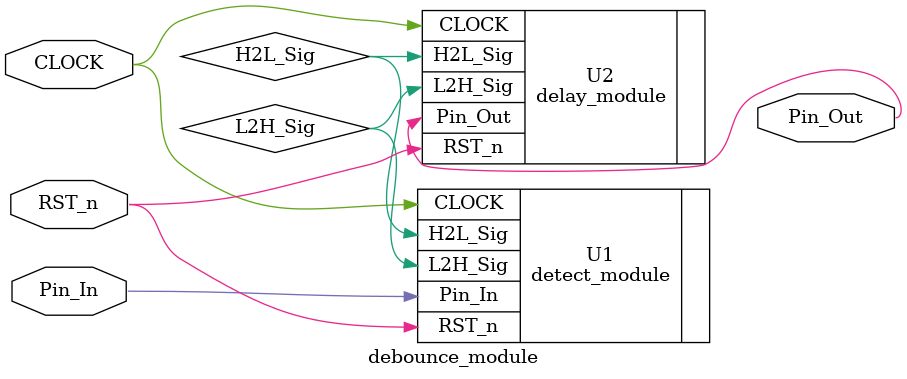
<source format=v>
module debounce_module
(
    CLOCK, RST_n, Pin_In, Pin_Out
);
    
	 input CLOCK;
	 input RST_n;
	 input Pin_In;
	 output Pin_Out;
	 
	 /**************************/
	 
	 wire H2L_Sig;
	 wire L2H_Sig;
	 
	 detect_module U1
	 (
	     .CLOCK( CLOCK ),
		  .RST_n( RST_n ),
		  .Pin_In( Pin_In ),   // input - from top
		  .H2L_Sig( H2L_Sig ), // output - to U2
		  .L2H_Sig( L2H_Sig )  // output - to U2
	 );
	 
	 /**************************/
	 
	 delay_module U2
	 (
	     .CLOCK( CLOCK ),
		  .RST_n( RST_n ),
		  .H2L_Sig( H2L_Sig ), // input - from U1
		  .L2H_Sig( L2H_Sig ), // input - from U1
		  .Pin_Out( Pin_Out )  // output - to top
	 );
	 
	 /*******************************/

endmodule
</source>
